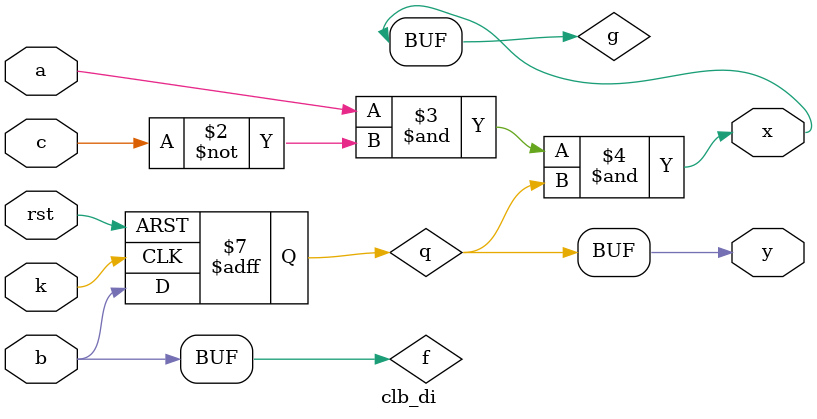
<source format=v>
module clb_di(
	input a,
	input b,
	input c,
	input k,
	input rst,
	output x,
	output y
);

	wire f, g;
	reg q;
	
	assign f = b | b;
	assign g = a & ~c & q;
	
	always @(posedge k, negedge rst) begin
		if (rst == 1'b0) begin
			q <= 1'b0;
		end else begin
			q <= f;
		end
	end
	
	assign x = g;
	assign y = q;
	
endmodule

</source>
